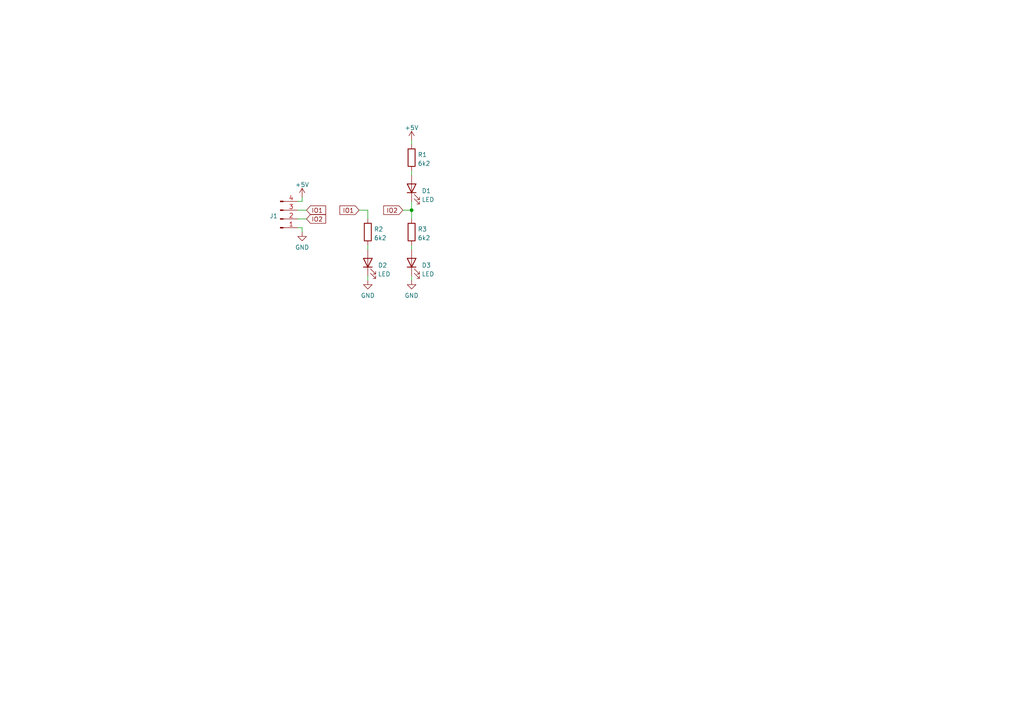
<source format=kicad_sch>
(kicad_sch (version 20211123) (generator eeschema)
  (paper "A4")
  (lib_symbols
    (symbol "Connector:Conn_01x04_Male" (pin_names (offset 1.016) hide)
      (property "Reference" "J" (at 0 5.08 0))
      (property "Value" "Conn_01x04_Male" (at 0 -7.62 0))
      (symbol "Conn_01x04_Male_1_1"
        (polyline (pts (xy 1.27 -5.08) (xy 0.8636 -5.08)) (stroke (width 0.1524)))
        (polyline (pts (xy 1.27 -2.54) (xy 0.8636 -2.54)) (stroke (width 0.1524)))
        (polyline (pts (xy 1.27 0) (xy 0.8636 0)) (stroke (width 0.1524)))
        (polyline (pts (xy 1.27 2.54) (xy 0.8636 2.54)) (stroke (width 0.1524)))
        (rectangle (start 0.8636 -4.953) (end 0 -5.207) (stroke (width 0.1524)) (fill (type outline)))
        (rectangle (start 0.8636 -2.413) (end 0 -2.667) (stroke (width 0.1524)) (fill (type outline)))
        (rectangle (start 0.8636 0.127) (end 0 -0.127) (stroke (width 0.1524)) (fill (type outline)))
        (rectangle (start 0.8636 2.667) (end 0 2.413) (stroke (width 0.1524)) (fill (type outline)))
        (pin passive line (at 5.08 2.54 180) (length 3.81) (name "Pin_1") (number "1"))
        (pin passive line (at 5.08 0 180) (length 3.81) (name "Pin_2") (number "2"))
        (pin passive line (at 5.08 -2.54 180) (length 3.81) (name "Pin_3") (number "3"))
        (pin passive line (at 5.08 -5.08 180) (length 3.81) (name "Pin_4") (number "4"))
      )
    )
    (symbol "Device:LED" (pin_numbers hide) (pin_names (offset 1.016) hide)
      (property "Reference" "D" (at 0 2.54 0))
      (property "Value" "LED" (at 0 -2.54 0))
      (symbol "LED_0_1"
        (polyline (pts (xy -1.27 -1.27) (xy -1.27 1.27)) (stroke (width 0.254)))
        (polyline (pts (xy -1.27 0) (xy 1.27 0)))
        (polyline (pts (xy 1.27 -1.27) (xy 1.27 1.27) (xy -1.27 0) (xy 1.27 -1.27)) (stroke (width 0.254)))
        (polyline (pts (xy -3.048 -0.762) (xy -4.572 -2.286) (xy -3.81 -2.286) (xy -4.572 -2.286) (xy -4.572 -1.524)))
        (polyline (pts (xy -1.778 -0.762) (xy -3.302 -2.286) (xy -2.54 -2.286) (xy -3.302 -2.286) (xy -3.302 -1.524)))
      )
      (symbol "LED_1_1"
        (pin passive line (at -3.81 0 0) (length 2.54) (name "K") (number "1"))
        (pin passive line (at 3.81 0 180) (length 2.54) (name "A") (number "2"))
      )
    )
    (symbol "Device:R" (pin_numbers hide) (pin_names (offset 0))
      (property "Reference" "R" (at 2.032 0 90))
      (property "Value" "R" (at 0 0 90))
      (symbol "R_0_1"
        (rectangle (start -1.016 -2.54) (end 1.016 2.54) (stroke (width 0.254)))
      )
      (symbol "R_1_1"
        (pin passive line (at 0 3.81 270) (length 1.27) (name "~") (number "1"))
        (pin passive line (at 0 -3.81 90) (length 1.27) (name "~") (number "2"))
      )
    )
    (symbol "power:+5V" (power) (pin_names (offset 0))
      (property "Value" "+5V" (at 0 3.556 0))
      (symbol "+5V_0_1"
        (polyline (pts (xy -0.762 1.27) (xy 0 2.54)))
        (polyline (pts (xy 0 0) (xy 0 2.54)))
        (polyline (pts (xy 0 2.54) (xy 0.762 1.27)))
      )
      (symbol "+5V_1_1"
        (pin power_in line (at 0 0 90) (length 0) hide (name "+5V") (number "1"))
      )
    )
    (symbol "power:GND" (power) (pin_names (offset 0))
      (property "Value" "GND" (at 0 -3.81 0))
      (symbol "GND_0_1"
        (polyline (pts (xy 0 0) (xy 0 -1.27) (xy 1.27 -1.27) (xy 0 -2.54) (xy -1.27 -1.27) (xy 0 -1.27)))
      )
      (symbol "GND_1_1"
        (pin power_in line (at 0 0 270) (length 0) hide (name "GND") (number "1"))
      )
    )
  )
  (junction (at 119.38 60.96))
  (wire (pts (xy 119.38 80.01) (xy 119.38 81.28)))
  (wire (pts (xy 119.38 49.53) (xy 119.38 50.8)))
  (wire (pts (xy 106.68 71.12) (xy 106.68 72.39)))
  (wire (pts (xy 116.84 60.96) (xy 119.38 60.96)))
  (wire (pts (xy 119.38 60.96) (xy 119.38 63.5)))
  (wire (pts (xy 106.68 80.01) (xy 106.68 81.28)))
  (wire (pts (xy 86.36 58.42) (xy 87.63 58.42)))
  (wire (pts (xy 87.63 66.04) (xy 86.36 66.04)))
  (wire (pts (xy 119.38 40.64) (xy 119.38 41.91)))
  (wire (pts (xy 87.63 67.31) (xy 87.63 66.04)))
  (wire (pts (xy 106.68 63.5) (xy 106.68 60.96)))
  (wire (pts (xy 106.68 60.96) (xy 104.14 60.96)))
  (wire (pts (xy 86.36 63.5) (xy 88.9 63.5)))
  (wire (pts (xy 119.38 58.42) (xy 119.38 60.96)))
  (wire (pts (xy 86.36 60.96) (xy 88.9 60.96)))
  (wire (pts (xy 87.63 57.15) (xy 87.63 58.42)))
  (wire (pts (xy 119.38 71.12) (xy 119.38 72.39)))
  (global_label "IO1" (shape input) (at 88.9 60.96 0) (property "Intersheet References" "${INTERSHEET_REFS}" (effects hide)))
  (global_label "IO2" (shape input) (at 88.9 63.5 0) (property "Intersheet References" "${INTERSHEET_REFS}" (effects hide)))
  (global_label "IO2" (shape input) (at 116.84 60.96 180) (property "Intersheet References" "${INTERSHEET_REFS}" (effects hide)))
  (global_label "IO1" (shape input) (at 104.14 60.96 180) (property "Intersheet References" "${INTERSHEET_REFS}" (effects hide)))
  (symbol (lib_id "power:GND") (at 87.63 67.31 0) (unit 1)
    (property "Reference" "#PWR0104" (effects hide))
    (property "Value" "GND" (at 87.63 71.7534 0))
  )
  (symbol (lib_id "Device:R") (at 106.68 67.31 0) (unit 1)
    (property "Reference" "R2" (at 108.458 66.4753 0) (effects (justify left)))
    (property "Value" "6k2" (at 108.458 69.0122 0) (effects (justify left)))
    (property "Footprint" "Resistor_SMD:R_0603_1608Metric_Pad0.98x0.95mm_HandSolder" (effects hide))
    (property "JLCPCB Part#" "C4260" (effects hide))
  )
  (symbol (lib_id "Device:R") (at 119.38 45.72 0) (unit 1)
    (property "Reference" "R1" (at 121.158 44.8853 0) (effects (justify left)))
    (property "Value" "6k2" (at 121.158 47.4222 0) (effects (justify left)))
    (property "Footprint" "Resistor_SMD:R_0603_1608Metric_Pad0.98x0.95mm_HandSolder" (effects hide))
    (property "JLCPCB Part#" "C4260" (effects hide))
  )
  (symbol (lib_id "Device:LED") (at 106.68 76.2 90) (unit 1)
    (property "Reference" "D2" (at 109.601 76.9528 90) (effects (justify right)))
    (property "Value" "LED" (at 109.601 79.4897 90) (effects (justify right)))
    (property "Footprint" "LED_SMD:LED_0805_2012Metric_Pad1.15x1.40mm_HandSolder" (effects hide))
    (property "JLCPCB Part#" "C2296" (effects hide))
  )
  (symbol (lib_id "Device:LED") (at 119.38 54.61 90) (unit 1)
    (property "Reference" "D1" (at 122.301 55.3628 90) (effects (justify right)))
    (property "Value" "LED" (at 122.301 57.8997 90) (effects (justify right)))
    (property "Footprint" "LED_SMD:LED_0805_2012Metric_Pad1.15x1.40mm_HandSolder" (effects hide))
    (property "JLCPCB Part#" "C2296" (effects hide))
  )
  (symbol (lib_id "power:GND") (at 106.68 81.28 0) (unit 1)
    (property "Reference" "#PWR0102" (effects hide))
    (property "Value" "GND" (at 106.68 85.7234 0))
  )
  (symbol (lib_id "power:+5V") (at 87.63 57.15 0) (unit 1)
    (property "Reference" "#PWR0103" (effects hide))
    (property "Value" "+5V" (at 87.63 53.5742 0))
  )
  (symbol (lib_id "power:+5V") (at 119.38 40.64 0) (unit 1)
    (property "Reference" "#PWR0101" (effects hide))
    (property "Value" "+5V" (at 119.38 37.0642 0))
  )
  (symbol (lib_id "Device:R") (at 119.38 67.31 0) (unit 1)
    (property "Reference" "R3" (at 121.158 66.4753 0) (effects (justify left)))
    (property "Value" "6k2" (at 121.158 69.0122 0) (effects (justify left)))
    (property "Footprint" "Resistor_SMD:R_0603_1608Metric_Pad0.98x0.95mm_HandSolder" (effects hide))
    (property "JLCPCB Part#" "C4260" (effects hide))
  )
  (symbol (lib_id "Device:LED") (at 119.38 76.2 90) (unit 1)
    (property "Reference" "D3" (at 122.301 76.9528 90) (effects (justify right)))
    (property "Value" "LED" (at 122.301 79.4897 90) (effects (justify right)))
    (property "Footprint" "LED_SMD:LED_0805_2012Metric_Pad1.15x1.40mm_HandSolder" (effects hide))
    (property "JLCPCB Part#" "C2296" (effects hide))
  )
  (symbol (lib_id "Connector:Conn_01x04_Male") (at 81.28 63.5 0) (mirror x) (unit 1)
    (property "Reference" "J1" (at 80.5688 62.6638 0) (effects (justify right)))
    (property "Value" "Conn_01x04_Male" (effects hide))
    (property "Footprint" "Connector_JST:JST_PH_B4B-PH-SM4-TB_1x04-1MP_P2.00mm_Vertical" (effects hide))
  )
  (symbol (lib_id "power:GND") (at 119.38 81.28 0) (unit 1)
    (property "Reference" "#PWR0105" (effects hide))
    (property "Value" "GND" (at 119.38 85.7234 0))
  )
)
</source>
